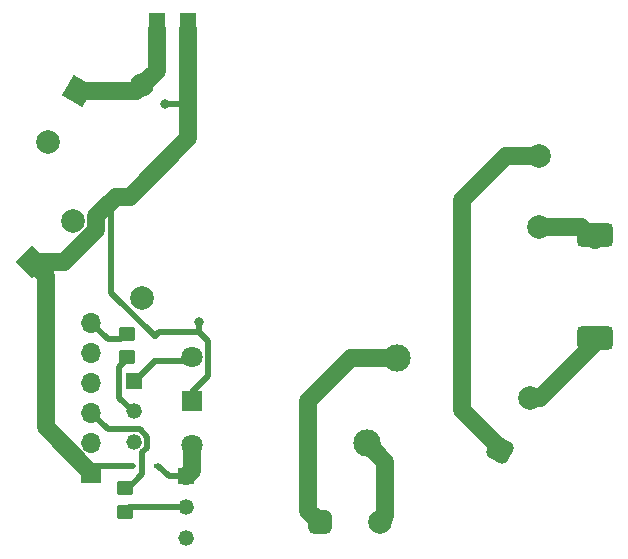
<source format=gtl>
%TF.GenerationSoftware,KiCad,Pcbnew,(7.0.0)*%
%TF.CreationDate,2023-03-27T21:21:57+02:00*%
%TF.ProjectId,220AC-mini-C3-board,32323041-432d-46d6-996e-692d43332d62,rev?*%
%TF.SameCoordinates,Original*%
%TF.FileFunction,Copper,L1,Top*%
%TF.FilePolarity,Positive*%
%FSLAX46Y46*%
G04 Gerber Fmt 4.6, Leading zero omitted, Abs format (unit mm)*
G04 Created by KiCad (PCBNEW (7.0.0)) date 2023-03-27 21:21:57*
%MOMM*%
%LPD*%
G01*
G04 APERTURE LIST*
G04 Aperture macros list*
%AMRoundRect*
0 Rectangle with rounded corners*
0 $1 Rounding radius*
0 $2 $3 $4 $5 $6 $7 $8 $9 X,Y pos of 4 corners*
0 Add a 4 corners polygon primitive as box body*
4,1,4,$2,$3,$4,$5,$6,$7,$8,$9,$2,$3,0*
0 Add four circle primitives for the rounded corners*
1,1,$1+$1,$2,$3*
1,1,$1+$1,$4,$5*
1,1,$1+$1,$6,$7*
1,1,$1+$1,$8,$9*
0 Add four rect primitives between the rounded corners*
20,1,$1+$1,$2,$3,$4,$5,0*
20,1,$1+$1,$4,$5,$6,$7,0*
20,1,$1+$1,$6,$7,$8,$9,0*
20,1,$1+$1,$8,$9,$2,$3,0*%
%AMRotRect*
0 Rectangle, with rotation*
0 The origin of the aperture is its center*
0 $1 length*
0 $2 width*
0 $3 Rotation angle, in degrees counterclockwise*
0 Add horizontal line*
21,1,$1,$2,0,0,$3*%
G04 Aperture macros list end*
%TA.AperFunction,ComponentPad*%
%ADD10R,1.320800X1.320800*%
%TD*%
%TA.AperFunction,ComponentPad*%
%ADD11C,1.320800*%
%TD*%
%TA.AperFunction,SMDPad,CuDef*%
%ADD12RoundRect,0.250000X0.450000X-0.350000X0.450000X0.350000X-0.450000X0.350000X-0.450000X-0.350000X0*%
%TD*%
%TA.AperFunction,SMDPad,CuDef*%
%ADD13R,0.450000X0.600000*%
%TD*%
%TA.AperFunction,ComponentPad*%
%ADD14RoundRect,0.500000X-0.500000X-0.500000X0.500000X-0.500000X0.500000X0.500000X-0.500000X0.500000X0*%
%TD*%
%TA.AperFunction,ComponentPad*%
%ADD15C,2.000000*%
%TD*%
%TA.AperFunction,ComponentPad*%
%ADD16RoundRect,0.500000X0.183013X-0.683013X0.683013X0.183013X-0.183013X0.683013X-0.683013X-0.183013X0*%
%TD*%
%TA.AperFunction,ComponentPad*%
%ADD17C,1.803400*%
%TD*%
%TA.AperFunction,ComponentPad*%
%ADD18R,1.803400X1.803400*%
%TD*%
%TA.AperFunction,ComponentPad*%
%ADD19C,2.311400*%
%TD*%
%TA.AperFunction,ComponentPad*%
%ADD20RotRect,2.000000X2.000000X240.000000*%
%TD*%
%TA.AperFunction,SMDPad,CuDef*%
%ADD21RoundRect,0.514350X1.047750X-0.514350X1.047750X0.514350X-1.047750X0.514350X-1.047750X-0.514350X0*%
%TD*%
%TA.AperFunction,SMDPad,CuDef*%
%ADD22R,0.600000X0.450000*%
%TD*%
%TA.AperFunction,ComponentPad*%
%ADD23RotRect,2.000000X2.000000X45.000000*%
%TD*%
%TA.AperFunction,SMDPad,CuDef*%
%ADD24R,1.400000X2.700000*%
%TD*%
%TA.AperFunction,ComponentPad*%
%ADD25R,1.700000X1.700000*%
%TD*%
%TA.AperFunction,ComponentPad*%
%ADD26O,1.700000X1.700000*%
%TD*%
%TA.AperFunction,ViaPad*%
%ADD27C,0.800000*%
%TD*%
%TA.AperFunction,Conductor*%
%ADD28C,1.500000*%
%TD*%
%TA.AperFunction,Conductor*%
%ADD29C,0.500000*%
%TD*%
G04 APERTURE END LIST*
D10*
%TO.P,Q1,1,C*%
%TO.N,Net-(D1-A)*%
X126413549Y-102399999D03*
D11*
%TO.P,Q1,2,B*%
%TO.N,Net-(Q1-B)*%
X126413550Y-105000000D03*
%TO.P,Q1,3,E*%
%TO.N,GND*%
X126413550Y-107600000D03*
%TD*%
D12*
%TO.P,R2,1*%
%TO.N,Net-(Q2-B)*%
X121400000Y-92300000D03*
%TO.P,R2,2*%
%TO.N,/RELAIS_OFF*%
X121400000Y-90300000D03*
%TD*%
D13*
%TO.P,D2,1,K*%
%TO.N,+3V3*%
X123749999Y-90549999D03*
%TO.P,D2,2,A*%
%TO.N,Net-(D2-A)*%
X123749999Y-92649999D03*
%TD*%
D14*
%TO.P,J2,1,Pin_1*%
%TO.N,Net-(J2-Pin_1)*%
X137710000Y-106250000D03*
D15*
%TO.P,J2,2,Pin_2*%
%TO.N,Net-(J2-Pin_2)*%
X142790000Y-106250000D03*
%TD*%
D16*
%TO.P,J1,1,Pin_1*%
%TO.N,/AC (N)*%
X152960000Y-100149410D03*
D15*
%TO.P,J1,2,Pin_2*%
%TO.N,/AC (L)*%
X155500000Y-95750000D03*
%TD*%
D12*
%TO.P,R3,1*%
%TO.N,Net-(Q1-B)*%
X121250000Y-105400000D03*
%TO.P,R3,2*%
%TO.N,/RELAIS_ON*%
X121250000Y-103400000D03*
%TD*%
D10*
%TO.P,Q2,1,C*%
%TO.N,Net-(D2-A)*%
X121999999Y-94299999D03*
D11*
%TO.P,Q2,2,B*%
%TO.N,Net-(Q2-B)*%
X122000000Y-96900000D03*
%TO.P,Q2,3,E*%
%TO.N,GND*%
X122000000Y-99500000D03*
%TD*%
D17*
%TO.P,K1,1*%
%TO.N,Net-(D1-A)*%
X126903500Y-99750000D03*
D18*
%TO.P,K1,2*%
%TO.N,+3V3*%
X126903499Y-95999999D03*
D17*
%TO.P,K1,3*%
%TO.N,Net-(D2-A)*%
X126903500Y-92250000D03*
D19*
%TO.P,K1,4*%
%TO.N,Net-(J2-Pin_1)*%
X144236500Y-92400000D03*
%TO.P,K1,5*%
%TO.N,Net-(J2-Pin_2)*%
X141696500Y-99600000D03*
%TD*%
D20*
%TO.P,C2,1*%
%TO.N,Net-(PS1-+Vout)*%
X117249999Y-69749999D03*
D15*
%TO.P,C2,2*%
%TO.N,GND*%
X114750000Y-74080127D03*
%TD*%
D21*
%TO.P,F1,1*%
%TO.N,/AC (L)*%
X161000000Y-90668800D03*
%TO.P,F1,2*%
%TO.N,Net-(PS1-AC{slash}L)*%
X161000000Y-81931200D03*
%TD*%
D22*
%TO.P,D1,1,K*%
%TO.N,+3V3*%
X121799999Y-101499999D03*
%TO.P,D1,2,A*%
%TO.N,Net-(D1-A)*%
X123899999Y-101499999D03*
%TD*%
D23*
%TO.P,C1,1*%
%TO.N,+3V3*%
X113328545Y-84267766D03*
D15*
%TO.P,C1,2*%
%TO.N,GND*%
X116864080Y-80732233D03*
%TD*%
D24*
%TO.P,L1,1,1*%
%TO.N,Net-(PS1-+Vout)*%
X123899999Y-64499999D03*
%TO.P,L1,2,2*%
%TO.N,+3V3*%
X126599999Y-64499999D03*
%TD*%
D25*
%TO.P,J4,1,Pin_1*%
%TO.N,+3V3*%
X118389199Y-102081699D03*
D26*
%TO.P,J4,2,Pin_2*%
%TO.N,GND*%
X118389199Y-99541699D03*
%TO.P,J4,3,Pin_3*%
%TO.N,/RELAIS_ON*%
X118389199Y-97001699D03*
%TO.P,J4,4,Pin_4*%
%TO.N,/SCL*%
X118389199Y-94461699D03*
%TO.P,J4,5,Pin_5*%
%TO.N,/SDA*%
X118389199Y-91921699D03*
%TO.P,J4,6,Pin_6*%
%TO.N,/RELAIS_OFF*%
X118389199Y-89381699D03*
%TD*%
D15*
%TO.P,PS1,1,AC/L*%
%TO.N,Net-(PS1-AC{slash}L)*%
X156300000Y-81250000D03*
%TO.P,PS1,2,AC/N*%
%TO.N,/AC (N)*%
X156300000Y-75250000D03*
%TO.P,PS1,3,-Vout*%
%TO.N,GND*%
X122700000Y-87250000D03*
%TO.P,PS1,4,+Vout*%
%TO.N,Net-(PS1-+Vout)*%
X122700000Y-69250000D03*
%TD*%
D27*
%TO.N,+3V3*%
X114500000Y-94000000D03*
X124600000Y-70900000D03*
X127500000Y-89300000D03*
%TD*%
D28*
%TO.N,Net-(PS1-+Vout)*%
X117250000Y-69750000D02*
X122200000Y-69750000D01*
X123900000Y-64500000D02*
X123900000Y-68050000D01*
X123900000Y-68050000D02*
X122700000Y-69250000D01*
X122200000Y-69750000D02*
X122700000Y-69250000D01*
%TO.N,/AC (N)*%
X152960000Y-99960000D02*
X149750000Y-96750000D01*
X153500000Y-75250000D02*
X156300000Y-75250000D01*
X149750000Y-96750000D02*
X149750000Y-79000000D01*
X149750000Y-79000000D02*
X153500000Y-75250000D01*
X152960000Y-100149410D02*
X152960000Y-99960000D01*
%TO.N,Net-(D1-A)*%
X126903500Y-99750000D02*
X126903500Y-101910050D01*
X126903500Y-101910050D02*
X126413550Y-102400000D01*
D29*
X124950000Y-102400000D02*
X124050000Y-101500000D01*
X126413550Y-102400000D02*
X124950000Y-102400000D01*
D28*
%TO.N,+3V3*%
X126600000Y-73754030D02*
X126600000Y-71000000D01*
X114500000Y-98243826D02*
X114500000Y-85439221D01*
D29*
X127463393Y-90148300D02*
X128255200Y-90940107D01*
X126500000Y-70900000D02*
X126600000Y-71000000D01*
D28*
X121654030Y-78700000D02*
X126600000Y-73754030D01*
X113328546Y-84267767D02*
X116086263Y-84267767D01*
X116086263Y-84267767D02*
X118814080Y-81539950D01*
D29*
X120075000Y-79125000D02*
X120075000Y-86875000D01*
X120500000Y-78700000D02*
X120075000Y-79125000D01*
D28*
X126600000Y-71000000D02*
X126600000Y-64500000D01*
X118337874Y-102081700D02*
X114500000Y-98243826D01*
D29*
X128255200Y-90940107D02*
X128255200Y-93898300D01*
X123750000Y-90550000D02*
X124151700Y-90148300D01*
D28*
X118814080Y-80385920D02*
X120500000Y-78700000D01*
D29*
X121950000Y-101500000D02*
X118970900Y-101500000D01*
D28*
X114500000Y-85439221D02*
X113328546Y-84267767D01*
D29*
X128255200Y-93898300D02*
X126903500Y-95250000D01*
D28*
X120500000Y-78700000D02*
X121654030Y-78700000D01*
D29*
X118970900Y-101500000D02*
X118389200Y-102081700D01*
X124600000Y-70900000D02*
X126500000Y-70900000D01*
X127500000Y-89300000D02*
X127500000Y-90111693D01*
D28*
X118814080Y-81539950D02*
X118814080Y-80385920D01*
X118389200Y-102081700D02*
X118337874Y-102081700D01*
D29*
X127500000Y-90111693D02*
X127463393Y-90148300D01*
X120075000Y-86875000D02*
X123750000Y-90550000D01*
X124151700Y-90148300D02*
X127463393Y-90148300D01*
%TO.N,Net-(D2-A)*%
X123750000Y-92650000D02*
X126503500Y-92650000D01*
X126503500Y-92650000D02*
X126903500Y-92250000D01*
X122413550Y-94300000D02*
X122413550Y-93986450D01*
X122413550Y-93986450D02*
X123750000Y-92650000D01*
D28*
%TO.N,Net-(J2-Pin_1)*%
X140350000Y-92400000D02*
X144236500Y-92400000D01*
X136750000Y-105290000D02*
X136750000Y-96000000D01*
X137710000Y-106250000D02*
X136750000Y-105290000D01*
X136750000Y-96000000D02*
X140350000Y-92400000D01*
%TO.N,Net-(J2-Pin_2)*%
X143250000Y-105790000D02*
X142790000Y-106250000D01*
X141696500Y-99600000D02*
X143250000Y-101153500D01*
X143250000Y-101153500D02*
X143250000Y-105790000D01*
D29*
%TO.N,Net-(Q1-B)*%
X121250000Y-105325000D02*
X121575000Y-105000000D01*
X121575000Y-105000000D02*
X126413550Y-105000000D01*
%TO.N,Net-(Q2-B)*%
X121900000Y-96900000D02*
X120750000Y-95750000D01*
X120750000Y-93150000D02*
X121500000Y-92400000D01*
X120750000Y-95750000D02*
X120750000Y-93150000D01*
%TO.N,/RELAIS_ON*%
X121250000Y-103675000D02*
X122700000Y-102225000D01*
X122700000Y-102225000D02*
X122700000Y-100370343D01*
X123110400Y-99959943D02*
X123110400Y-99040057D01*
X122459943Y-98389600D02*
X119777100Y-98389600D01*
X119777100Y-98389600D02*
X118389200Y-97001700D01*
X123110400Y-99040057D02*
X122459943Y-98389600D01*
X122700000Y-100370343D02*
X123110400Y-99959943D01*
%TO.N,/RELAIS_OFF*%
X120925000Y-90750000D02*
X119757500Y-90750000D01*
X119757500Y-90750000D02*
X118389200Y-89381700D01*
D28*
%TO.N,/AC (L)*%
X155500000Y-95750000D02*
X156368800Y-95750000D01*
X156368800Y-95750000D02*
X161000000Y-91118800D01*
%TO.N,Net-(PS1-AC{slash}L)*%
X159868800Y-81250000D02*
X161000000Y-82381200D01*
X156300000Y-81250000D02*
X159868800Y-81250000D01*
%TD*%
M02*

</source>
